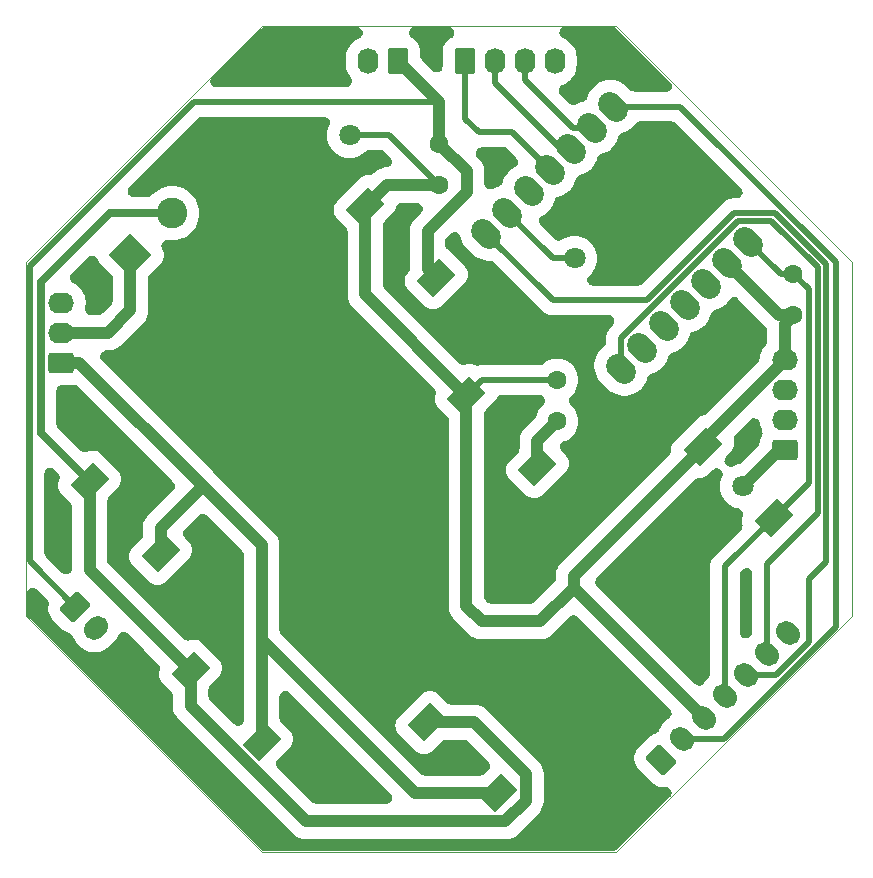
<source format=gbr>
%TF.GenerationSoftware,KiCad,Pcbnew,8.0.1*%
%TF.CreationDate,2024-05-24T22:02:00-04:00*%
%TF.ProjectId,MainPCBV3,4d61696e-5043-4425-9633-2e6b69636164,rev?*%
%TF.SameCoordinates,PX7270e00PY7bfa480*%
%TF.FileFunction,Copper,L2,Bot*%
%TF.FilePolarity,Positive*%
%FSLAX45Y45*%
G04 Gerber Fmt 4.5, Leading zero omitted, Abs format (unit mm)*
G04 Created by KiCad (PCBNEW 8.0.1) date 2024-05-24 22:02:00*
%MOMM*%
%LPD*%
G01*
G04 APERTURE LIST*
G04 Aperture macros list*
%AMRoundRect*
0 Rectangle with rounded corners*
0 $1 Rounding radius*
0 $2 $3 $4 $5 $6 $7 $8 $9 X,Y pos of 4 corners*
0 Add a 4 corners polygon primitive as box body*
4,1,4,$2,$3,$4,$5,$6,$7,$8,$9,$2,$3,0*
0 Add four circle primitives for the rounded corners*
1,1,$1+$1,$2,$3*
1,1,$1+$1,$4,$5*
1,1,$1+$1,$6,$7*
1,1,$1+$1,$8,$9*
0 Add four rect primitives between the rounded corners*
20,1,$1+$1,$2,$3,$4,$5,0*
20,1,$1+$1,$4,$5,$6,$7,0*
20,1,$1+$1,$6,$7,$8,$9,0*
20,1,$1+$1,$8,$9,$2,$3,0*%
%AMHorizOval*
0 Thick line with rounded ends*
0 $1 width*
0 $2 $3 position (X,Y) of the first rounded end (center of the circle)*
0 $4 $5 position (X,Y) of the second rounded end (center of the circle)*
0 Add line between two ends*
20,1,$1,$2,$3,$4,$5,0*
0 Add two circle primitives to create the rounded ends*
1,1,$1,$2,$3*
1,1,$1,$4,$5*%
%AMRotRect*
0 Rectangle, with rotation*
0 The origin of the aperture is its center*
0 $1 length*
0 $2 width*
0 $3 Rotation angle, in degrees counterclockwise*
0 Add horizontal line*
21,1,$1,$2,0,0,$3*%
G04 Aperture macros list end*
%TA.AperFunction,ComponentPad*%
%ADD10C,1.600000*%
%TD*%
%TA.AperFunction,ComponentPad*%
%ADD11RotRect,2.600000X2.600000X45.000000*%
%TD*%
%TA.AperFunction,ComponentPad*%
%ADD12C,2.600000*%
%TD*%
%TA.AperFunction,ComponentPad*%
%ADD13RoundRect,0.250000X0.159099X-1.035911X1.035911X-0.159099X-0.159099X1.035911X-1.035911X0.159099X0*%
%TD*%
%TA.AperFunction,ComponentPad*%
%ADD14HorizOval,1.740000X-0.159099X0.159099X0.159099X-0.159099X0*%
%TD*%
%TA.AperFunction,ComponentPad*%
%ADD15HorizOval,1.998980X0.264918X-0.264918X-0.264918X0.264918X0*%
%TD*%
%TA.AperFunction,ComponentPad*%
%ADD16RotRect,2.748280X1.998980X45.000000*%
%TD*%
%TA.AperFunction,ComponentPad*%
%ADD17RoundRect,0.250000X0.845000X-0.620000X0.845000X0.620000X-0.845000X0.620000X-0.845000X-0.620000X0*%
%TD*%
%TA.AperFunction,ComponentPad*%
%ADD18O,2.190000X1.740000*%
%TD*%
%TA.AperFunction,ComponentPad*%
%ADD19RoundRect,0.250000X-1.035911X-0.159099X-0.159099X-1.035911X1.035911X0.159099X0.159099X1.035911X0*%
%TD*%
%TA.AperFunction,ComponentPad*%
%ADD20HorizOval,1.740000X-0.159099X-0.159099X0.159099X0.159099X0*%
%TD*%
%TA.AperFunction,ComponentPad*%
%ADD21RoundRect,0.250000X0.620000X0.845000X-0.620000X0.845000X-0.620000X-0.845000X0.620000X-0.845000X0*%
%TD*%
%TA.AperFunction,ComponentPad*%
%ADD22O,1.740000X2.190000*%
%TD*%
%TA.AperFunction,ComponentPad*%
%ADD23RoundRect,0.250000X-0.620000X-0.845000X0.620000X-0.845000X0.620000X0.845000X-0.620000X0.845000X0*%
%TD*%
%TA.AperFunction,ViaPad*%
%ADD24C,1.800000*%
%TD*%
%TA.AperFunction,Conductor*%
%ADD25C,0.500000*%
%TD*%
%TA.AperFunction,Conductor*%
%ADD26C,0.700000*%
%TD*%
%TA.AperFunction,Conductor*%
%ADD27C,1.000000*%
%TD*%
%TA.AperFunction,Profile*%
%ADD28C,0.100000*%
%TD*%
G04 APERTURE END LIST*
D10*
X6500000Y4900000D03*
X6500000Y4550000D03*
D11*
X887868Y5058579D03*
D12*
X1241421Y5412132D03*
D13*
X5381580Y781579D03*
D14*
X5561185Y961185D03*
X5740790Y1140790D03*
X5920395Y1320395D03*
X6100000Y1500000D03*
X6279605Y1679605D03*
X6459210Y1859210D03*
D15*
X4977715Y6314990D03*
X4798109Y6135385D03*
X4618504Y5955780D03*
X4438899Y5776175D03*
X4259294Y5596570D03*
X4079689Y5416965D03*
X3900084Y5237360D03*
X5043091Y4094353D03*
X5222696Y4273958D03*
X5402301Y4453563D03*
X5581906Y4633168D03*
X5761511Y4812773D03*
X5941116Y4992378D03*
X6120721Y5171983D03*
D16*
X542753Y3133794D03*
X1143794Y2532753D03*
X2876206Y5467247D03*
X3477247Y4866206D03*
X1398959Y1533794D03*
X2000000Y932753D03*
X3732412Y3867247D03*
X4333452Y3266206D03*
X3398959Y1101041D03*
X4000000Y500000D03*
X5732412Y3434493D03*
X6333452Y2833452D03*
D17*
X300000Y4146000D03*
D18*
X300000Y4400000D03*
X300000Y4654000D03*
D17*
X6426200Y3403600D03*
D18*
X6426200Y3657600D03*
X6426200Y3911600D03*
X6426200Y4165600D03*
D19*
X420395Y2079605D03*
D20*
X600000Y1900000D03*
D21*
X3154000Y6700000D03*
D22*
X2900000Y6700000D03*
D23*
X3719000Y6698000D03*
D22*
X3973000Y6698000D03*
X4227000Y6698000D03*
X4481000Y6698000D03*
D10*
X3500000Y6000000D03*
X3500000Y5650000D03*
X4500000Y3650000D03*
X4500000Y4000000D03*
D24*
X4648200Y5029200D03*
X6070600Y3098800D03*
X2743200Y6070600D03*
D25*
X4648200Y5029200D02*
X4467454Y5029200D01*
X4467454Y5029200D02*
X4079689Y5416965D01*
X3079400Y6070600D02*
X3500000Y5650000D01*
X2743200Y6070600D02*
X3079400Y6070600D01*
X6100000Y1500000D02*
X6351400Y1500000D01*
X5260405Y4673600D02*
X4463843Y4673600D01*
X6351400Y1500000D02*
X6629400Y1778000D01*
X6629400Y1778000D02*
X6629400Y2311400D01*
X6629400Y2311400D02*
X6775600Y2457600D01*
X6775600Y2457600D02*
X6775600Y4981995D01*
X6775600Y4981995D02*
X6344171Y5413424D01*
X4463843Y4673600D02*
X3900084Y5237360D01*
X6344171Y5413424D02*
X6000229Y5413424D01*
X6000229Y5413424D02*
X5260405Y4673600D01*
X3719000Y6698000D02*
X3719000Y6212400D01*
X3719000Y6212400D02*
X3835400Y6096000D01*
X3835400Y6096000D02*
X4119074Y6096000D01*
X4119074Y6096000D02*
X4438899Y5776175D01*
X3973000Y6698000D02*
X3973000Y6517200D01*
X3973000Y6517200D02*
X4534420Y5955780D01*
X4534420Y5955780D02*
X4618504Y5955780D01*
X4227000Y6698000D02*
X4227000Y6542600D01*
X4227000Y6542600D02*
X4634215Y6135385D01*
X4634215Y6135385D02*
X4798109Y6135385D01*
X4977715Y6314990D02*
X5541599Y6314990D01*
X5541599Y6314990D02*
X6858000Y4998590D01*
X6858000Y4998590D02*
X6858000Y1907497D01*
X6858000Y1907497D02*
X5911687Y961185D01*
X5911687Y961185D02*
X5561185Y961185D01*
X6333452Y2833452D02*
X6338652Y2833452D01*
X6338652Y2833452D02*
X6629400Y3124200D01*
X6629400Y3124200D02*
X6629400Y4770600D01*
X6629400Y4770600D02*
X6500000Y4900000D01*
D26*
X1241421Y5412132D02*
X712132Y5412132D01*
X127000Y3549548D02*
X542753Y3133794D01*
X712132Y5412132D02*
X127000Y4827000D01*
X127000Y4827000D02*
X127000Y3549548D01*
D27*
X3477247Y4866206D02*
X3403600Y4939852D01*
X3403600Y4939852D02*
X3403600Y5257800D01*
X3403600Y5257800D02*
X3733800Y5588000D01*
X3733800Y5588000D02*
X3733800Y5766200D01*
X3733800Y5766200D02*
X3500000Y6000000D01*
D25*
X420395Y2079605D02*
X35000Y2465000D01*
X35000Y2465000D02*
X35000Y4962600D01*
X35000Y4962600D02*
X1426400Y6354000D01*
X1426400Y6354000D02*
X3500000Y6354000D01*
X6426200Y3403600D02*
X6375400Y3403600D01*
D27*
X6375400Y3403600D02*
X6070600Y3098800D01*
D25*
X4500000Y4000000D02*
X3865165Y4000000D01*
X3865165Y4000000D02*
X3732412Y3867247D01*
X6279605Y1679605D02*
X6279605Y2444205D01*
X5043091Y4357291D02*
X5043091Y4094353D01*
X6279605Y2444205D02*
X6705600Y2870200D01*
X6705600Y4953000D02*
X6315176Y5343424D01*
X6705600Y2870200D02*
X6705600Y4953000D01*
X6315176Y5343424D02*
X6029224Y5343424D01*
X6029224Y5343424D02*
X5043091Y4357291D01*
D27*
X6426200Y4165600D02*
X5732412Y3471812D01*
X5732412Y3471812D02*
X5732412Y3434493D01*
X6426200Y4165600D02*
X6426200Y4476200D01*
X6426200Y4476200D02*
X6500000Y4550000D01*
X6500000Y4550000D02*
X6383495Y4550000D01*
X6383495Y4550000D02*
X5941116Y4992378D01*
D25*
X6500000Y4900000D02*
X6392705Y4900000D01*
X6392705Y4900000D02*
X6120721Y5171983D01*
X5920395Y1320395D02*
X5920395Y2420395D01*
X5920395Y2420395D02*
X6333452Y2833452D01*
D27*
X3732412Y3867247D02*
X3732412Y2084188D01*
X3732412Y2084188D02*
X3860800Y1955800D01*
X3860800Y1955800D02*
X4355800Y1955800D01*
X4355800Y1955800D02*
X4640790Y2240790D01*
X4333452Y3266206D02*
X4333452Y3483452D01*
X4333452Y3483452D02*
X4500000Y3650000D01*
X3500000Y6000000D02*
X3500000Y6354000D01*
X3500000Y6354000D02*
X3154000Y6700000D01*
X3500000Y5650000D02*
X3058959Y5650000D01*
X3058959Y5650000D02*
X2876206Y5467247D01*
X4640790Y2240790D02*
X5740790Y1140790D01*
X5732412Y3434493D02*
X4640790Y2342871D01*
X4640790Y2342871D02*
X4640790Y2240790D01*
X2876206Y5467247D02*
X2876206Y4723452D01*
X2876206Y4723452D02*
X3732412Y3867247D01*
X1398959Y1533794D02*
X1398959Y1240466D01*
X1398959Y1240466D02*
X2377267Y262159D01*
X2377267Y262159D02*
X4062159Y262159D01*
X4062159Y262159D02*
X4237841Y437841D01*
X4237841Y437841D02*
X4237841Y662159D01*
X4237841Y662159D02*
X3798959Y1101041D01*
X3798959Y1101041D02*
X3398959Y1101041D01*
X542753Y3133794D02*
X542753Y2390000D01*
X542753Y2390000D02*
X1398959Y1533794D01*
X2000000Y2600000D02*
X2000000Y1800000D01*
X2000000Y1800000D02*
X3300000Y500000D01*
X3300000Y500000D02*
X4000000Y500000D01*
X1500000Y3100000D02*
X2000000Y2600000D01*
X2000000Y2600000D02*
X2000000Y932753D01*
X454000Y4146000D02*
X1500000Y3100000D01*
X1143794Y2743794D02*
X1143794Y2532753D01*
X300000Y4146000D02*
X454000Y4146000D01*
X1500000Y3100000D02*
X1143794Y2743794D01*
X887868Y4587868D02*
X700000Y4400000D01*
X887868Y5058579D02*
X887868Y4587868D01*
X700000Y4400000D02*
X300000Y4400000D01*
%TA.AperFunction,NonConductor*%
G36*
X3594880Y6987929D02*
G01*
X3607800Y6982029D01*
X3618534Y6972728D01*
X3626212Y6960779D01*
X3630214Y6947151D01*
X3630214Y6932948D01*
X3626212Y6919321D01*
X3618534Y6907372D01*
X3607800Y6898071D01*
X3601458Y6894617D01*
X3595038Y6891701D01*
X3576535Y6878882D01*
X3576534Y6878881D01*
X3560619Y6862966D01*
X3560618Y6862965D01*
X3547799Y6844462D01*
X3539705Y6826643D01*
X3538490Y6823968D01*
X3532990Y6802141D01*
X3531950Y6788922D01*
X3531950Y6788922D01*
X3531950Y6654722D01*
X3529929Y6640663D01*
X3524029Y6627744D01*
X3514728Y6617010D01*
X3502779Y6609331D01*
X3489151Y6605330D01*
X3474948Y6605330D01*
X3461321Y6609331D01*
X3449372Y6617010D01*
X3446765Y6619437D01*
X3355665Y6710537D01*
X3347154Y6721907D01*
X3342190Y6735215D01*
X3341050Y6745822D01*
X3341050Y6790921D01*
X3341050Y6790923D01*
X3340167Y6802141D01*
X3340010Y6804141D01*
X3334510Y6825968D01*
X3329855Y6836215D01*
X3325201Y6846462D01*
X3312382Y6864965D01*
X3312381Y6864966D01*
X3296466Y6880881D01*
X3296465Y6880882D01*
X3277963Y6893701D01*
X3277417Y6893948D01*
X3275945Y6894617D01*
X3263981Y6902271D01*
X3254658Y6912986D01*
X3248732Y6925894D01*
X3246682Y6939948D01*
X3248674Y6954010D01*
X3254548Y6966942D01*
X3263827Y6977695D01*
X3275759Y6985398D01*
X3289379Y6989427D01*
X3296581Y6989950D01*
X3580822Y6989950D01*
X3594880Y6987929D01*
G37*
%TD.AperFunction*%
%TA.AperFunction,NonConductor*%
G36*
X2820091Y6987929D02*
G01*
X2833010Y6982029D01*
X2843744Y6972728D01*
X2851423Y6960779D01*
X2855424Y6947151D01*
X2855424Y6932948D01*
X2851423Y6919321D01*
X2843744Y6907372D01*
X2833010Y6898071D01*
X2825128Y6893949D01*
X2819702Y6891701D01*
X2817091Y6890620D01*
X2795859Y6878361D01*
X2795857Y6878360D01*
X2776405Y6863433D01*
X2759067Y6846095D01*
X2744140Y6826643D01*
X2744139Y6826641D01*
X2731880Y6805409D01*
X2731880Y6805408D01*
X2725051Y6788922D01*
X2722497Y6782754D01*
X2716150Y6759070D01*
X2712950Y6734760D01*
X2712950Y6665240D01*
X2716150Y6640930D01*
X2716222Y6640663D01*
X2722497Y6617246D01*
X2731880Y6594592D01*
X2731880Y6594591D01*
X2744139Y6573359D01*
X2744140Y6573358D01*
X2753141Y6561628D01*
X2754906Y6559327D01*
X2761861Y6546944D01*
X2765045Y6533102D01*
X2764200Y6518924D01*
X2759395Y6505558D01*
X2751020Y6494088D01*
X2739752Y6485442D01*
X2726504Y6480320D01*
X2715318Y6479050D01*
X1613732Y6479050D01*
X1599674Y6481071D01*
X1586754Y6486971D01*
X1576020Y6496272D01*
X1568341Y6508221D01*
X1564340Y6521848D01*
X1564340Y6536051D01*
X1568341Y6549679D01*
X1576020Y6561628D01*
X1578447Y6564235D01*
X1989547Y6975335D01*
X2000918Y6983846D01*
X2014225Y6988810D01*
X2024832Y6989950D01*
X2806032Y6989950D01*
X2820091Y6987929D01*
G37*
%TD.AperFunction*%
%TA.AperFunction,NonConductor*%
G36*
X4989227Y6987929D02*
G01*
X5002146Y6982029D01*
X5010453Y6975335D01*
X5460562Y6525225D01*
X5469074Y6513855D01*
X5474037Y6500547D01*
X5475051Y6486381D01*
X5472031Y6472502D01*
X5465225Y6460036D01*
X5455182Y6449993D01*
X5442716Y6443187D01*
X5428837Y6440167D01*
X5425278Y6440040D01*
X5156175Y6440040D01*
X5142117Y6442062D01*
X5129197Y6447962D01*
X5120890Y6454656D01*
X5083375Y6492172D01*
X5083374Y6492172D01*
X5083374Y6492172D01*
X5083373Y6492173D01*
X5062575Y6508132D01*
X5062575Y6508132D01*
X5039870Y6521241D01*
X5015648Y6531274D01*
X4990324Y6538059D01*
X4964331Y6541481D01*
X4964331Y6541481D01*
X4938114Y6541481D01*
X4938114Y6541481D01*
X4912122Y6538059D01*
X4886797Y6531274D01*
X4862576Y6521241D01*
X4839871Y6508132D01*
X4839870Y6508132D01*
X4819072Y6492173D01*
X4819071Y6492172D01*
X4800533Y6473634D01*
X4800532Y6473633D01*
X4784573Y6452835D01*
X4784573Y6452834D01*
X4771464Y6430129D01*
X4761431Y6405908D01*
X4761431Y6405907D01*
X4757426Y6390958D01*
X4751834Y6377902D01*
X4742791Y6366950D01*
X4731029Y6358989D01*
X4722141Y6355674D01*
X4707192Y6351669D01*
X4707192Y6351668D01*
X4682970Y6341636D01*
X4666580Y6332172D01*
X4653394Y6326894D01*
X4639255Y6325543D01*
X4625309Y6328231D01*
X4612685Y6334740D01*
X4606345Y6340102D01*
X4528439Y6418008D01*
X4519928Y6429378D01*
X4514964Y6442686D01*
X4513951Y6456852D01*
X4516970Y6470731D01*
X4523777Y6483197D01*
X4533820Y6493240D01*
X4544628Y6499394D01*
X4563908Y6507380D01*
X4563908Y6507380D01*
X4563908Y6507380D01*
X4580775Y6517118D01*
X4585142Y6519640D01*
X4604595Y6534567D01*
X4621933Y6551905D01*
X4636860Y6571358D01*
X4649120Y6592592D01*
X4658503Y6615246D01*
X4664850Y6638930D01*
X4668050Y6663240D01*
X4668050Y6732760D01*
X4664850Y6757070D01*
X4658503Y6780754D01*
X4649120Y6803408D01*
X4649120Y6803408D01*
X4649120Y6803409D01*
X4636861Y6824641D01*
X4636861Y6824641D01*
X4636860Y6824642D01*
X4635326Y6826641D01*
X4621933Y6844095D01*
X4604595Y6861433D01*
X4585143Y6876360D01*
X4585143Y6876360D01*
X4585142Y6876360D01*
X4585142Y6876360D01*
X4585141Y6876361D01*
X4563909Y6888620D01*
X4563908Y6888620D01*
X4563908Y6888620D01*
X4551043Y6893949D01*
X4538829Y6901196D01*
X4529151Y6911591D01*
X4522793Y6924291D01*
X4520271Y6938269D01*
X4521789Y6952390D01*
X4527225Y6965512D01*
X4536137Y6976571D01*
X4547803Y6984672D01*
X4561279Y6989157D01*
X4570139Y6989950D01*
X4975168Y6989950D01*
X4989227Y6987929D01*
G37*
%TD.AperFunction*%
%TA.AperFunction,NonConductor*%
G36*
X4060666Y5968929D02*
G01*
X4073586Y5963029D01*
X4081892Y5956335D01*
X4156029Y5882198D01*
X4164541Y5870828D01*
X4169504Y5857520D01*
X4170517Y5843353D01*
X4167498Y5829475D01*
X4160691Y5817009D01*
X4150648Y5806966D01*
X4145479Y5803793D01*
X4145570Y5803637D01*
X4121450Y5789712D01*
X4121450Y5789711D01*
X4100652Y5773752D01*
X4100650Y5773751D01*
X4082113Y5755214D01*
X4082111Y5755212D01*
X4066153Y5734414D01*
X4066152Y5734414D01*
X4053043Y5711709D01*
X4043011Y5687487D01*
X4043011Y5687487D01*
X4039005Y5672538D01*
X4033414Y5659482D01*
X4024371Y5648529D01*
X4012609Y5640569D01*
X4003721Y5637254D01*
X3988772Y5633248D01*
X3988772Y5633248D01*
X3964550Y5623215D01*
X3958700Y5619837D01*
X3945514Y5614559D01*
X3931375Y5613209D01*
X3917429Y5615897D01*
X3904805Y5622405D01*
X3894526Y5632206D01*
X3887424Y5644507D01*
X3884076Y5658309D01*
X3883850Y5663052D01*
X3883850Y5778009D01*
X3880155Y5801337D01*
X3880155Y5801337D01*
X3872857Y5823798D01*
X3872857Y5823798D01*
X3872857Y5823799D01*
X3865818Y5837613D01*
X3862134Y5844843D01*
X3848252Y5863951D01*
X3826437Y5885765D01*
X3817926Y5897135D01*
X3812962Y5910443D01*
X3811949Y5924610D01*
X3814968Y5938488D01*
X3821775Y5950954D01*
X3831818Y5960997D01*
X3844284Y5967804D01*
X3858162Y5970823D01*
X3861722Y5970950D01*
X4046608Y5970950D01*
X4060666Y5968929D01*
G37*
%TD.AperFunction*%
%TA.AperFunction,NonConductor*%
G36*
X5483191Y6187919D02*
G01*
X5496111Y6182019D01*
X5504417Y6175325D01*
X6056084Y5623659D01*
X6064595Y5612289D01*
X6069559Y5598981D01*
X6070572Y5584814D01*
X6067553Y5570936D01*
X6060746Y5558470D01*
X6050703Y5548427D01*
X6038237Y5541620D01*
X6024359Y5538601D01*
X6020799Y5538474D01*
X5990387Y5538474D01*
X5982897Y5537288D01*
X5970946Y5535395D01*
X5952228Y5529313D01*
X5952226Y5529313D01*
X5934688Y5520377D01*
X5918764Y5508807D01*
X5918764Y5508807D01*
X5223223Y4813265D01*
X5211853Y4804754D01*
X5198545Y4799790D01*
X5187938Y4798650D01*
X4806874Y4798650D01*
X4792815Y4800671D01*
X4779896Y4806571D01*
X4769162Y4815872D01*
X4761483Y4827821D01*
X4757482Y4841449D01*
X4757482Y4855652D01*
X4761483Y4869279D01*
X4769162Y4881228D01*
X4771796Y4883861D01*
X4771714Y4883943D01*
X4792197Y4904425D01*
X4792197Y4904426D01*
X4808489Y4926189D01*
X4821517Y4950049D01*
X4831018Y4975520D01*
X4836796Y5002084D01*
X4838736Y5029200D01*
X4836796Y5056316D01*
X4831018Y5082880D01*
X4821517Y5108351D01*
X4821517Y5108352D01*
X4808489Y5132211D01*
X4808489Y5132211D01*
X4792197Y5153974D01*
X4792197Y5153975D01*
X4792197Y5153975D01*
X4772975Y5173197D01*
X4772974Y5173197D01*
X4772974Y5173197D01*
X4751211Y5189489D01*
X4751211Y5189489D01*
X4727352Y5202517D01*
X4701880Y5212018D01*
X4675317Y5217796D01*
X4675316Y5217796D01*
X4675316Y5217796D01*
X4648200Y5219736D01*
X4621084Y5217796D01*
X4621084Y5217796D01*
X4621083Y5217796D01*
X4594520Y5212018D01*
X4569048Y5202517D01*
X4545189Y5189489D01*
X4545188Y5189488D01*
X4544815Y5189209D01*
X4544407Y5188986D01*
X4543690Y5188525D01*
X4543657Y5188577D01*
X4532349Y5182403D01*
X4518471Y5179384D01*
X4504304Y5180398D01*
X4490997Y5185362D01*
X4479628Y5193873D01*
X4362559Y5310942D01*
X4354047Y5322312D01*
X4349084Y5335620D01*
X4348071Y5349787D01*
X4351090Y5363665D01*
X4357897Y5376131D01*
X4367940Y5386174D01*
X4373109Y5389345D01*
X4373018Y5389503D01*
X4390912Y5399834D01*
X4397138Y5403428D01*
X4417937Y5419388D01*
X4436476Y5437927D01*
X4452436Y5458726D01*
X4465544Y5481431D01*
X4475577Y5505653D01*
X4479583Y5520602D01*
X4485174Y5533658D01*
X4494217Y5544610D01*
X4505979Y5552571D01*
X4514866Y5555886D01*
X4529817Y5559892D01*
X4554038Y5569925D01*
X4576743Y5583033D01*
X4597543Y5598993D01*
X4616081Y5617532D01*
X4632041Y5638331D01*
X4645150Y5661036D01*
X4655182Y5685258D01*
X4659188Y5700207D01*
X4664779Y5713263D01*
X4673822Y5724215D01*
X4685584Y5732176D01*
X4694472Y5735491D01*
X4709422Y5739497D01*
X4733643Y5749530D01*
X4756348Y5762638D01*
X4777148Y5778598D01*
X4795686Y5797137D01*
X4811646Y5817936D01*
X4823006Y5837613D01*
X4824754Y5840640D01*
X4824754Y5840641D01*
X4824755Y5840641D01*
X4834788Y5864863D01*
X4838793Y5879812D01*
X4844384Y5892868D01*
X4853427Y5903820D01*
X4865189Y5911781D01*
X4874077Y5915096D01*
X4889027Y5919102D01*
X4913248Y5929135D01*
X4935953Y5942244D01*
X4956753Y5958204D01*
X4975291Y5976742D01*
X4991251Y5997542D01*
X5004360Y6020246D01*
X5014393Y6044468D01*
X5018398Y6059418D01*
X5023989Y6072473D01*
X5033032Y6083425D01*
X5044794Y6091386D01*
X5053683Y6094702D01*
X5068632Y6098707D01*
X5092853Y6108740D01*
X5115558Y6121849D01*
X5136358Y6137809D01*
X5154896Y6156347D01*
X5165693Y6170418D01*
X5175854Y6180340D01*
X5188400Y6186998D01*
X5202313Y6189852D01*
X5205281Y6189940D01*
X5469133Y6189940D01*
X5483191Y6187919D01*
G37*
%TD.AperFunction*%
%TA.AperFunction,NonConductor*%
G36*
X581801Y5049558D02*
G01*
X594266Y5042751D01*
X604309Y5032708D01*
X610575Y5021232D01*
X610606Y5021246D01*
X610746Y5020920D01*
X611116Y5020242D01*
X611432Y5019321D01*
X611604Y5018920D01*
X611604Y5018920D01*
X611604Y5018920D01*
X615425Y5012037D01*
X621479Y5001129D01*
X622980Y4999335D01*
X629170Y4991936D01*
X629171Y4991936D01*
X629171Y4991936D01*
X723203Y4897904D01*
X731714Y4886534D01*
X736678Y4873227D01*
X737818Y4862620D01*
X737818Y4670690D01*
X735797Y4656632D01*
X729897Y4643712D01*
X723203Y4635406D01*
X652462Y4564665D01*
X641093Y4556154D01*
X627785Y4551190D01*
X617178Y4550050D01*
X553326Y4550050D01*
X539268Y4552071D01*
X526348Y4557971D01*
X515614Y4567272D01*
X507935Y4579221D01*
X503934Y4592849D01*
X503934Y4607052D01*
X505126Y4612865D01*
X506349Y4617430D01*
X509550Y4641740D01*
X509550Y4666260D01*
X506349Y4690570D01*
X500003Y4714254D01*
X490620Y4736908D01*
X490620Y4736908D01*
X490619Y4736909D01*
X478361Y4758141D01*
X478361Y4758141D01*
X478360Y4758142D01*
X472251Y4766104D01*
X463433Y4777595D01*
X446095Y4794933D01*
X426643Y4809860D01*
X426643Y4809860D01*
X426642Y4809860D01*
X426642Y4809861D01*
X426641Y4809861D01*
X403993Y4822937D01*
X404107Y4823135D01*
X394330Y4829837D01*
X385353Y4840844D01*
X379841Y4853933D01*
X378239Y4868046D01*
X380679Y4882038D01*
X386961Y4894776D01*
X392832Y4901843D01*
X529078Y5038089D01*
X540448Y5046600D01*
X553755Y5051563D01*
X567922Y5052577D01*
X581801Y5049558D01*
G37*
%TD.AperFunction*%
%TA.AperFunction,NonConductor*%
G36*
X6186363Y3672306D02*
G01*
X6198828Y3665500D01*
X6208871Y3655457D01*
X6215678Y3642991D01*
X6218397Y3632066D01*
X6219850Y3621030D01*
X6224015Y3605487D01*
X6226197Y3597346D01*
X6232883Y3581203D01*
X6236205Y3573183D01*
X6235886Y3573051D01*
X6239304Y3562541D01*
X6239714Y3548344D01*
X6236107Y3534607D01*
X6233538Y3529393D01*
X6232499Y3527563D01*
X6223994Y3508837D01*
X6223190Y3507068D01*
X6217990Y3486430D01*
X6217690Y3485241D01*
X6217690Y3485241D01*
X6216815Y3474126D01*
X6213697Y3460269D01*
X6206802Y3447853D01*
X6202354Y3442757D01*
X6058329Y3298732D01*
X6046959Y3290221D01*
X6033652Y3285257D01*
X6016920Y3281618D01*
X5991448Y3272117D01*
X5990803Y3271765D01*
X5990115Y3271508D01*
X5989828Y3271377D01*
X5989819Y3271398D01*
X5977495Y3266802D01*
X5963328Y3265789D01*
X5949450Y3268809D01*
X5936985Y3275617D01*
X5926942Y3285660D01*
X5920136Y3298126D01*
X5917118Y3312005D01*
X5918132Y3326172D01*
X5923096Y3339479D01*
X5931605Y3350846D01*
X5975102Y3394343D01*
X5982793Y3403535D01*
X5992668Y3421326D01*
X5998760Y3440741D01*
X6000819Y3460985D01*
X5998760Y3481229D01*
X5997128Y3486430D01*
X5994848Y3500448D01*
X5996610Y3514542D01*
X6002271Y3527568D01*
X6009455Y3536652D01*
X6133640Y3660838D01*
X6145010Y3669349D01*
X6158317Y3674312D01*
X6172484Y3675326D01*
X6186363Y3672306D01*
G37*
%TD.AperFunction*%
%TA.AperFunction,NonConductor*%
G36*
X230679Y3250429D02*
G01*
X242628Y3242751D01*
X245235Y3240323D01*
X275916Y3209642D01*
X284428Y3198272D01*
X289391Y3184964D01*
X290404Y3170798D01*
X287385Y3156919D01*
X284262Y3150141D01*
X282497Y3146963D01*
X282496Y3146961D01*
X276405Y3127546D01*
X274346Y3107302D01*
X276405Y3087059D01*
X281727Y3070096D01*
X282497Y3067644D01*
X292372Y3049852D01*
X300063Y3040660D01*
X378088Y2962635D01*
X386600Y2951265D01*
X391563Y2937957D01*
X392703Y2927350D01*
X392703Y2404613D01*
X390682Y2390555D01*
X384782Y2377635D01*
X375481Y2366901D01*
X363533Y2359223D01*
X349905Y2355221D01*
X335702Y2355221D01*
X322074Y2359223D01*
X310126Y2366901D01*
X307519Y2369329D01*
X174665Y2502182D01*
X166154Y2513552D01*
X161190Y2526860D01*
X160050Y2537467D01*
X160050Y3205039D01*
X162071Y3219097D01*
X167971Y3232017D01*
X177272Y3242751D01*
X189221Y3250429D01*
X202848Y3254431D01*
X217051Y3254431D01*
X230679Y3250429D01*
G37*
%TD.AperFunction*%
%TA.AperFunction,NonConductor*%
G36*
X3327137Y5497929D02*
G01*
X3340056Y5492029D01*
X3350790Y5482728D01*
X3358469Y5470779D01*
X3362470Y5457152D01*
X3362470Y5442949D01*
X3358469Y5429321D01*
X3350790Y5417372D01*
X3348363Y5414765D01*
X3289148Y5355551D01*
X3289148Y5355551D01*
X3275266Y5336444D01*
X3275266Y5336444D01*
X3269418Y5324967D01*
X3264543Y5315399D01*
X3257245Y5292937D01*
X3257245Y5292937D01*
X3253550Y5269609D01*
X3253550Y4946020D01*
X3251529Y4931961D01*
X3245629Y4919042D01*
X3238935Y4910735D01*
X3234555Y4906356D01*
X3226865Y4897164D01*
X3216990Y4879373D01*
X3216989Y4879372D01*
X3210898Y4859958D01*
X3208840Y4839714D01*
X3210898Y4819470D01*
X3213913Y4809860D01*
X3216990Y4800055D01*
X3226865Y4782264D01*
X3234556Y4773072D01*
X3234556Y4773071D01*
X3234556Y4773071D01*
X3384112Y4623516D01*
X3384112Y4623515D01*
X3384113Y4623515D01*
X3384114Y4623514D01*
X3393305Y4615824D01*
X3411095Y4605949D01*
X3411096Y4605949D01*
X3411096Y4605949D01*
X3430511Y4599857D01*
X3430511Y4599857D01*
X3432283Y4599677D01*
X3450755Y4597799D01*
X3470999Y4599857D01*
X3490414Y4605949D01*
X3508205Y4615824D01*
X3510125Y4617431D01*
X3517396Y4623514D01*
X3517396Y4623514D01*
X3517397Y4623515D01*
X3719937Y4826055D01*
X3727628Y4835247D01*
X3737503Y4853039D01*
X3743595Y4872454D01*
X3745654Y4892698D01*
X3743595Y4912941D01*
X3737503Y4932356D01*
X3727628Y4950148D01*
X3719937Y4959340D01*
X3683024Y4996254D01*
X3570381Y5108896D01*
X3569863Y5109370D01*
X3569662Y5109615D01*
X3569598Y5109679D01*
X3569605Y5109685D01*
X3560856Y5120352D01*
X3555308Y5133426D01*
X3553650Y5146183D01*
X3553650Y5174978D01*
X3555671Y5189037D01*
X3561571Y5201956D01*
X3568265Y5210262D01*
X3595980Y5237978D01*
X3607350Y5246489D01*
X3620658Y5251453D01*
X3634825Y5252466D01*
X3648703Y5249447D01*
X3661169Y5242640D01*
X3671212Y5232597D01*
X3678019Y5220131D01*
X3679464Y5215608D01*
X3683801Y5199426D01*
X3693833Y5175205D01*
X3706942Y5152500D01*
X3706942Y5152499D01*
X3722901Y5131701D01*
X3722902Y5131700D01*
X3722902Y5131700D01*
X3794424Y5060178D01*
X3815224Y5044218D01*
X3837928Y5031109D01*
X3862150Y5021076D01*
X3887474Y5014291D01*
X3913467Y5010869D01*
X3929058Y5010869D01*
X3943116Y5008848D01*
X3956036Y5002948D01*
X3964342Y4996254D01*
X4382378Y4578217D01*
X4382379Y4578217D01*
X4398303Y4566648D01*
X4402193Y4564665D01*
X4415841Y4557712D01*
X4431169Y4552731D01*
X4433200Y4552071D01*
X4434561Y4551629D01*
X4454002Y4548550D01*
X4454002Y4548550D01*
X4454002Y4548550D01*
X4473685Y4548550D01*
X4937033Y4548550D01*
X4951092Y4546529D01*
X4964011Y4540629D01*
X4974745Y4531328D01*
X4982424Y4519379D01*
X4986426Y4505752D01*
X4986426Y4491549D01*
X4982424Y4477921D01*
X4974745Y4465972D01*
X4972318Y4463365D01*
X4947708Y4438756D01*
X4947708Y4438755D01*
X4936139Y4422831D01*
X4936138Y4422831D01*
X4927023Y4404942D01*
X4926596Y4403429D01*
X4921120Y4386574D01*
X4918041Y4367133D01*
X4918041Y4321919D01*
X4916020Y4307861D01*
X4910119Y4294941D01*
X4900818Y4284207D01*
X4898518Y4282331D01*
X4884449Y4271535D01*
X4884447Y4271534D01*
X4865910Y4252996D01*
X4865908Y4252995D01*
X4849950Y4232197D01*
X4849949Y4232196D01*
X4836840Y4209491D01*
X4826808Y4185270D01*
X4820022Y4159946D01*
X4816600Y4133953D01*
X4816600Y4107736D01*
X4820022Y4081743D01*
X4826808Y4056419D01*
X4836840Y4032198D01*
X4849949Y4009492D01*
X4849950Y4009492D01*
X4865908Y3988694D01*
X4865909Y3988693D01*
X4865909Y3988693D01*
X4937431Y3917171D01*
X4958231Y3901211D01*
X4958231Y3901211D01*
X4958231Y3901211D01*
X4963290Y3898290D01*
X4980936Y3888102D01*
X5005157Y3878069D01*
X5030481Y3871284D01*
X5056474Y3867862D01*
X5082691Y3867862D01*
X5108684Y3871284D01*
X5134008Y3878069D01*
X5158230Y3888102D01*
X5180934Y3901211D01*
X5201734Y3917171D01*
X5220272Y3935709D01*
X5236232Y3956509D01*
X5249341Y3979214D01*
X5259374Y4003435D01*
X5263380Y4018384D01*
X5268970Y4031440D01*
X5278013Y4042393D01*
X5289776Y4050354D01*
X5298664Y4053669D01*
X5313613Y4057674D01*
X5337835Y4067707D01*
X5360540Y4080816D01*
X5381339Y4096776D01*
X5399878Y4115314D01*
X5415838Y4136114D01*
X5428946Y4158819D01*
X5438979Y4183040D01*
X5442985Y4197990D01*
X5448576Y4211046D01*
X5457618Y4221998D01*
X5469381Y4229959D01*
X5478269Y4233274D01*
X5493218Y4237280D01*
X5517440Y4247313D01*
X5540145Y4260421D01*
X5560944Y4276381D01*
X5579483Y4294920D01*
X5595443Y4315719D01*
X5608551Y4338424D01*
X5618584Y4362646D01*
X5622590Y4377595D01*
X5628181Y4390651D01*
X5637223Y4401603D01*
X5648986Y4409564D01*
X5657873Y4412879D01*
X5672823Y4416885D01*
X5697045Y4426918D01*
X5719750Y4440026D01*
X5740549Y4455986D01*
X5759088Y4474525D01*
X5775048Y4495324D01*
X5788156Y4518029D01*
X5798189Y4542251D01*
X5802195Y4557200D01*
X5807786Y4570256D01*
X5816829Y4581208D01*
X5828591Y4589169D01*
X5837479Y4592484D01*
X5852429Y4596490D01*
X5876650Y4606523D01*
X5899355Y4619632D01*
X5920155Y4635592D01*
X5938693Y4654130D01*
X5954653Y4674930D01*
X5955705Y4676753D01*
X5964484Y4687916D01*
X5976053Y4696155D01*
X5989475Y4700801D01*
X6003662Y4701477D01*
X6017465Y4698129D01*
X6029765Y4691027D01*
X6034205Y4687087D01*
X6261535Y4459757D01*
X6270046Y4448387D01*
X6275010Y4435080D01*
X6276150Y4424473D01*
X6276150Y4323237D01*
X6274129Y4309179D01*
X6268229Y4296259D01*
X6263767Y4290336D01*
X6262766Y4289194D01*
X6247840Y4269743D01*
X6247839Y4269741D01*
X6235580Y4248509D01*
X6226196Y4225854D01*
X6219850Y4202170D01*
X6217404Y4183590D01*
X6213565Y4169916D01*
X6206029Y4157877D01*
X6203216Y4154819D01*
X5762557Y3714160D01*
X5751187Y3705648D01*
X5740996Y3701847D01*
X5741074Y3701599D01*
X5719245Y3694750D01*
X5719244Y3694750D01*
X5701453Y3684875D01*
X5701452Y3684875D01*
X5692262Y3677185D01*
X5489720Y3474643D01*
X5482030Y3465452D01*
X5472155Y3447661D01*
X5472155Y3447660D01*
X5466063Y3428245D01*
X5464005Y3408001D01*
X5464005Y3408001D01*
X5464350Y3404607D01*
X5463761Y3390417D01*
X5459198Y3376967D01*
X5451031Y3365347D01*
X5449990Y3364275D01*
X4526338Y2440623D01*
X4526338Y2440622D01*
X4512455Y2421515D01*
X4506870Y2410553D01*
X4506870Y2410553D01*
X4501733Y2400471D01*
X4501733Y2400470D01*
X4494435Y2378009D01*
X4494434Y2378008D01*
X4490740Y2354681D01*
X4490740Y2323612D01*
X4488718Y2309553D01*
X4482818Y2296634D01*
X4476124Y2288327D01*
X4308263Y2120465D01*
X4296893Y2111954D01*
X4283585Y2106990D01*
X4272978Y2105850D01*
X3943622Y2105850D01*
X3929563Y2107871D01*
X3916644Y2113771D01*
X3908337Y2120465D01*
X3897077Y2131726D01*
X3888565Y2143096D01*
X3883602Y2156403D01*
X3882462Y2167010D01*
X3882462Y3713786D01*
X3884483Y3727845D01*
X3890383Y3740764D01*
X3897076Y3749070D01*
X3975102Y3827096D01*
X3982793Y3836288D01*
X3989997Y3849267D01*
X3998587Y3860578D01*
X4010016Y3869010D01*
X4023357Y3873882D01*
X4033627Y3874950D01*
X4350475Y3874950D01*
X4364534Y3872929D01*
X4377453Y3867029D01*
X4384409Y3861636D01*
X4384463Y3861586D01*
X4393396Y3850544D01*
X4398856Y3837432D01*
X4400401Y3823313D01*
X4397905Y3809331D01*
X4391572Y3796619D01*
X4384470Y3788421D01*
X4367644Y3772808D01*
X4367644Y3772808D01*
X4350819Y3751711D01*
X4350818Y3751709D01*
X4337326Y3728340D01*
X4337326Y3728340D01*
X4327467Y3703220D01*
X4326658Y3699677D01*
X4321559Y3686421D01*
X4313294Y3675497D01*
X4219000Y3581203D01*
X4205118Y3562096D01*
X4205118Y3562096D01*
X4195478Y3543175D01*
X4194396Y3541052D01*
X4187097Y3518589D01*
X4183402Y3495262D01*
X4183402Y3419666D01*
X4181381Y3405608D01*
X4175481Y3392688D01*
X4168787Y3384382D01*
X4135252Y3350847D01*
X4090761Y3306355D01*
X4083071Y3297164D01*
X4073196Y3279373D01*
X4073195Y3279372D01*
X4067104Y3259958D01*
X4065045Y3239714D01*
X4067104Y3219470D01*
X4071632Y3205039D01*
X4073195Y3200055D01*
X4083071Y3182264D01*
X4090761Y3173072D01*
X4090762Y3173071D01*
X4090762Y3173071D01*
X4240318Y3023516D01*
X4240318Y3023515D01*
X4240318Y3023515D01*
X4240319Y3023514D01*
X4249511Y3015824D01*
X4267301Y3005949D01*
X4267301Y3005949D01*
X4267302Y3005949D01*
X4286717Y2999857D01*
X4286717Y2999857D01*
X4288775Y2999648D01*
X4306961Y2997799D01*
X4327205Y2999857D01*
X4346619Y3005949D01*
X4364411Y3015824D01*
X4373603Y3023515D01*
X4576143Y3226055D01*
X4583834Y3235247D01*
X4593709Y3253039D01*
X4599801Y3272454D01*
X4601859Y3292698D01*
X4599801Y3312941D01*
X4593709Y3332356D01*
X4583834Y3350148D01*
X4576143Y3359340D01*
X4538614Y3396869D01*
X4530102Y3408239D01*
X4525139Y3421547D01*
X4524126Y3435714D01*
X4527145Y3449592D01*
X4533952Y3462058D01*
X4543995Y3472101D01*
X4556460Y3478908D01*
X4559187Y3479836D01*
X4565964Y3481926D01*
X4590278Y3493635D01*
X4612574Y3508836D01*
X4632356Y3527191D01*
X4649182Y3548290D01*
X4662674Y3571660D01*
X4672533Y3596780D01*
X4678538Y3623090D01*
X4680555Y3650000D01*
X4678538Y3676910D01*
X4672533Y3703219D01*
X4671580Y3705648D01*
X4662674Y3728340D01*
X4662674Y3728340D01*
X4649182Y3751709D01*
X4649182Y3751710D01*
X4641181Y3761742D01*
X4632356Y3772808D01*
X4630951Y3774113D01*
X4615530Y3788421D01*
X4606599Y3799465D01*
X4601142Y3812577D01*
X4599600Y3826696D01*
X4602098Y3840678D01*
X4608434Y3853389D01*
X4615530Y3861579D01*
X4632356Y3877191D01*
X4649182Y3898290D01*
X4662674Y3921660D01*
X4672533Y3946780D01*
X4678538Y3973090D01*
X4680555Y4000000D01*
X4678538Y4026910D01*
X4672533Y4053219D01*
X4670785Y4057674D01*
X4662674Y4078340D01*
X4662674Y4078340D01*
X4649182Y4101709D01*
X4649182Y4101710D01*
X4644376Y4107736D01*
X4632356Y4122808D01*
X4632356Y4122808D01*
X4612574Y4141163D01*
X4590278Y4156365D01*
X4590278Y4156365D01*
X4590278Y4156365D01*
X4581943Y4160379D01*
X4565965Y4168073D01*
X4565965Y4168074D01*
X4565964Y4168074D01*
X4565964Y4168074D01*
X4540177Y4176028D01*
X4540177Y4176028D01*
X4540177Y4176028D01*
X4528023Y4177860D01*
X4513493Y4180050D01*
X4486507Y4180050D01*
X4474146Y4178187D01*
X4459823Y4176028D01*
X4443810Y4171089D01*
X4434036Y4168074D01*
X4434036Y4168074D01*
X4434035Y4168073D01*
X4409723Y4156365D01*
X4409722Y4156365D01*
X4387426Y4141163D01*
X4384416Y4138370D01*
X4372735Y4130290D01*
X4359252Y4125828D01*
X4350475Y4125050D01*
X3855323Y4125050D01*
X3841171Y4122808D01*
X3835881Y4121971D01*
X3835672Y4121921D01*
X3835411Y4121896D01*
X3833946Y4121664D01*
X3833931Y4121759D01*
X3821531Y4120604D01*
X3807591Y4123326D01*
X3799808Y4126812D01*
X3798562Y4127503D01*
X3798562Y4127504D01*
X3798562Y4127504D01*
X3779147Y4133595D01*
X3779147Y4133595D01*
X3758903Y4135654D01*
X3738659Y4133595D01*
X3721535Y4128222D01*
X3707516Y4125942D01*
X3693423Y4127704D01*
X3680397Y4133365D01*
X3671312Y4140549D01*
X3040871Y4770990D01*
X3032360Y4782360D01*
X3027396Y4795667D01*
X3026256Y4806274D01*
X3026256Y5313786D01*
X3028277Y5327845D01*
X3034177Y5340764D01*
X3040871Y5349071D01*
X3118896Y5427096D01*
X3126588Y5436288D01*
X3136463Y5454080D01*
X3139885Y5464989D01*
X3146022Y5477797D01*
X3155520Y5488358D01*
X3167607Y5495815D01*
X3181306Y5499565D01*
X3187497Y5499950D01*
X3313078Y5499950D01*
X3327137Y5497929D01*
G37*
%TD.AperFunction*%
%TA.AperFunction,NonConductor*%
G36*
X6122093Y2403992D02*
G01*
X6134559Y2397186D01*
X6144602Y2387143D01*
X6151409Y2374677D01*
X6154428Y2360798D01*
X6154555Y2357239D01*
X6154555Y1871573D01*
X6152534Y1857514D01*
X6146634Y1844595D01*
X6139940Y1836288D01*
X6130629Y1826978D01*
X6119259Y1818466D01*
X6105952Y1813503D01*
X6091785Y1812490D01*
X6077907Y1815509D01*
X6065441Y1822316D01*
X6055398Y1832359D01*
X6048591Y1844824D01*
X6045572Y1858703D01*
X6045445Y1862263D01*
X6045445Y2347928D01*
X6047466Y2361987D01*
X6053366Y2374906D01*
X6060060Y2383213D01*
X6069371Y2392524D01*
X6080741Y2401035D01*
X6094048Y2405998D01*
X6108215Y2407012D01*
X6122093Y2403992D01*
G37*
%TD.AperFunction*%
%TA.AperFunction,NonConductor*%
G36*
X5871276Y3249263D02*
G01*
X5883741Y3242456D01*
X5893784Y3232413D01*
X5900591Y3219947D01*
X5903610Y3206069D01*
X5902597Y3191902D01*
X5898002Y3179581D01*
X5898023Y3179572D01*
X5897891Y3179284D01*
X5897635Y3178596D01*
X5897283Y3177952D01*
X5887782Y3152480D01*
X5882004Y3125917D01*
X5882004Y3125916D01*
X5882004Y3125916D01*
X5880064Y3098800D01*
X5881002Y3085693D01*
X5882004Y3071683D01*
X5887782Y3045120D01*
X5897283Y3019648D01*
X5910311Y2995789D01*
X5910311Y2995789D01*
X5926603Y2974026D01*
X5926603Y2974026D01*
X5926603Y2974025D01*
X5945825Y2954803D01*
X5945825Y2954803D01*
X5945826Y2954803D01*
X5967589Y2938511D01*
X5967589Y2938511D01*
X5991448Y2925483D01*
X5991449Y2925483D01*
X6016920Y2915982D01*
X6036624Y2911696D01*
X6049931Y2906733D01*
X6061301Y2898221D01*
X6069813Y2886851D01*
X6074776Y2873544D01*
X6075789Y2859377D01*
X6073628Y2847998D01*
X6067104Y2827204D01*
X6065045Y2806961D01*
X6067104Y2786717D01*
X6068267Y2783010D01*
X6070547Y2768991D01*
X6068785Y2754898D01*
X6063123Y2741872D01*
X6055940Y2732788D01*
X5825012Y2501860D01*
X5825012Y2501860D01*
X5813443Y2485936D01*
X5813442Y2485935D01*
X5804507Y2468398D01*
X5804506Y2468397D01*
X5800908Y2457324D01*
X5800908Y2457323D01*
X5798424Y2449678D01*
X5798424Y2449677D01*
X5795345Y2430237D01*
X5795345Y1512363D01*
X5793324Y1498304D01*
X5787423Y1485385D01*
X5780729Y1477078D01*
X5763552Y1459901D01*
X5763551Y1459899D01*
X5748624Y1440447D01*
X5748624Y1440446D01*
X5746262Y1436354D01*
X5737482Y1425190D01*
X5725913Y1416951D01*
X5712491Y1412306D01*
X5698304Y1411630D01*
X5684501Y1414979D01*
X5672201Y1422080D01*
X5667762Y1426020D01*
X4837236Y2256546D01*
X4828725Y2267916D01*
X4823761Y2281224D01*
X4822748Y2295390D01*
X4825767Y2309269D01*
X4832574Y2321735D01*
X4837235Y2327114D01*
X5662193Y3152072D01*
X5673563Y3160584D01*
X5686870Y3165547D01*
X5701037Y3166560D01*
X5702526Y3166431D01*
X5705920Y3166086D01*
X5705920Y3166086D01*
X5705920Y3166086D01*
X5705920Y3166086D01*
X5726164Y3168145D01*
X5745579Y3174236D01*
X5763370Y3184111D01*
X5772562Y3191802D01*
X5818553Y3237794D01*
X5829923Y3246305D01*
X5843230Y3251268D01*
X5857397Y3252282D01*
X5871276Y3249263D01*
G37*
%TD.AperFunction*%
%TA.AperFunction,NonConductor*%
G36*
X417321Y3959000D02*
G01*
X430663Y3954132D01*
X442094Y3945701D01*
X442347Y3945451D01*
X1252513Y3135285D01*
X1261024Y3123915D01*
X1265988Y3110607D01*
X1267001Y3096440D01*
X1263982Y3082562D01*
X1257175Y3070096D01*
X1252513Y3064715D01*
X1029343Y2841545D01*
X1029342Y2841545D01*
X1015460Y2822438D01*
X1015460Y2822438D01*
X1007574Y2806960D01*
X1004737Y2801393D01*
X997439Y2778931D01*
X997439Y2778931D01*
X993744Y2755604D01*
X993744Y2686214D01*
X991723Y2672155D01*
X985823Y2659236D01*
X979129Y2650930D01*
X944895Y2616695D01*
X901103Y2572903D01*
X893412Y2563712D01*
X883537Y2545921D01*
X883537Y2545920D01*
X877446Y2526505D01*
X875387Y2506262D01*
X877446Y2486018D01*
X882974Y2468397D01*
X883537Y2466603D01*
X893412Y2448812D01*
X901103Y2439619D01*
X901104Y2439619D01*
X901104Y2439619D01*
X1050660Y2290063D01*
X1050660Y2290063D01*
X1050660Y2290063D01*
X1056788Y2284935D01*
X1059852Y2282372D01*
X1077643Y2272497D01*
X1077643Y2272497D01*
X1077644Y2272497D01*
X1097059Y2266405D01*
X1097059Y2266405D01*
X1099117Y2266196D01*
X1117302Y2264346D01*
X1137546Y2266405D01*
X1156961Y2272497D01*
X1174753Y2282372D01*
X1183945Y2290063D01*
X1386485Y2492603D01*
X1394176Y2501795D01*
X1404051Y2519586D01*
X1410143Y2539001D01*
X1412201Y2559245D01*
X1410143Y2579489D01*
X1404051Y2598904D01*
X1394176Y2616695D01*
X1386485Y2625887D01*
X1353137Y2659236D01*
X1347572Y2664800D01*
X1339061Y2676171D01*
X1334097Y2689478D01*
X1333084Y2703645D01*
X1336103Y2717523D01*
X1342910Y2729989D01*
X1347571Y2735369D01*
X1464716Y2852513D01*
X1476085Y2861024D01*
X1489393Y2865988D01*
X1503560Y2867001D01*
X1517438Y2863982D01*
X1529904Y2857175D01*
X1535284Y2852513D01*
X1835335Y2552463D01*
X1843846Y2541093D01*
X1848810Y2527785D01*
X1849950Y2517178D01*
X1849950Y1122148D01*
X1847929Y1108089D01*
X1842029Y1095170D01*
X1832728Y1084436D01*
X1820779Y1076757D01*
X1807151Y1072755D01*
X1792948Y1072755D01*
X1779321Y1076757D01*
X1767372Y1084436D01*
X1764765Y1086863D01*
X1563625Y1288004D01*
X1555113Y1299374D01*
X1550150Y1312681D01*
X1549009Y1323288D01*
X1549009Y1380334D01*
X1551030Y1394392D01*
X1556931Y1407312D01*
X1563624Y1415618D01*
X1641650Y1493644D01*
X1649341Y1502836D01*
X1659216Y1520627D01*
X1665308Y1540042D01*
X1667366Y1560286D01*
X1665308Y1580530D01*
X1659216Y1599945D01*
X1649341Y1617736D01*
X1641650Y1626928D01*
X1641649Y1626929D01*
X1492094Y1776484D01*
X1492093Y1776485D01*
X1482901Y1784176D01*
X1465110Y1794051D01*
X1465109Y1794051D01*
X1445694Y1800143D01*
X1445695Y1800143D01*
X1425451Y1802201D01*
X1405207Y1800143D01*
X1388082Y1794770D01*
X1374064Y1792490D01*
X1359970Y1794252D01*
X1346944Y1799913D01*
X1337860Y1807097D01*
X1028425Y2116531D01*
X707419Y2437537D01*
X698907Y2448908D01*
X693944Y2462215D01*
X692803Y2472822D01*
X692803Y2980334D01*
X694825Y2994392D01*
X700725Y3007312D01*
X707418Y3015618D01*
X785444Y3093644D01*
X793135Y3102836D01*
X803010Y3120627D01*
X809102Y3140042D01*
X811160Y3160286D01*
X809102Y3180530D01*
X803010Y3199945D01*
X793135Y3217736D01*
X785444Y3226928D01*
X752415Y3259958D01*
X635888Y3376484D01*
X635888Y3376485D01*
X635887Y3376485D01*
X626695Y3384176D01*
X626695Y3384176D01*
X626695Y3384176D01*
X608905Y3394051D01*
X608903Y3394051D01*
X589489Y3400143D01*
X589489Y3400143D01*
X569245Y3402201D01*
X549001Y3400143D01*
X529587Y3394051D01*
X529585Y3394050D01*
X526406Y3392286D01*
X513133Y3387231D01*
X498974Y3386120D01*
X485075Y3389043D01*
X472562Y3395764D01*
X466905Y3400632D01*
X276665Y3590872D01*
X268154Y3602242D01*
X263190Y3615549D01*
X262050Y3626156D01*
X262050Y3909050D01*
X264071Y3923109D01*
X269971Y3936028D01*
X279272Y3946762D01*
X291221Y3954441D01*
X304849Y3958442D01*
X311950Y3958950D01*
X390921Y3958950D01*
X390922Y3958950D01*
X403147Y3959912D01*
X417321Y3959000D01*
G37*
%TD.AperFunction*%
%TA.AperFunction,NonConductor*%
G36*
X2220679Y1362669D02*
G01*
X2232628Y1354990D01*
X2235235Y1352563D01*
X3090404Y497394D01*
X3098915Y486023D01*
X3103879Y472716D01*
X3104892Y458549D01*
X3101873Y444671D01*
X3095066Y432205D01*
X3085023Y422162D01*
X3072557Y415355D01*
X3058679Y412336D01*
X3055119Y412209D01*
X2460089Y412209D01*
X2446030Y414230D01*
X2433111Y420130D01*
X2424804Y426824D01*
X2136143Y715486D01*
X2127631Y726856D01*
X2122668Y740163D01*
X2121654Y754330D01*
X2124673Y768209D01*
X2131480Y780674D01*
X2136143Y786055D01*
X2242691Y892603D01*
X2250382Y901795D01*
X2260257Y919586D01*
X2266348Y939001D01*
X2268407Y959245D01*
X2266348Y979489D01*
X2260257Y998904D01*
X2250382Y1016695D01*
X2242691Y1025887D01*
X2203034Y1065545D01*
X2164665Y1103913D01*
X2156154Y1115283D01*
X2151190Y1128591D01*
X2150050Y1139198D01*
X2150050Y1317278D01*
X2152071Y1331337D01*
X2157971Y1344256D01*
X2167272Y1354990D01*
X2179221Y1362669D01*
X2192849Y1366670D01*
X2207052Y1366670D01*
X2220679Y1362669D01*
G37*
%TD.AperFunction*%
%TA.AperFunction,NonConductor*%
G36*
X2543085Y6226929D02*
G01*
X2556005Y6221029D01*
X2566739Y6211728D01*
X2574417Y6199779D01*
X2578419Y6186151D01*
X2578419Y6171948D01*
X2574417Y6158321D01*
X2572823Y6155135D01*
X2569883Y6149751D01*
X2560382Y6124280D01*
X2554604Y6097717D01*
X2554604Y6097716D01*
X2554604Y6097716D01*
X2552665Y6070600D01*
X2554534Y6044468D01*
X2554604Y6043483D01*
X2560382Y6016920D01*
X2569883Y5991448D01*
X2582911Y5967589D01*
X2582911Y5967589D01*
X2599203Y5945826D01*
X2599203Y5945826D01*
X2599203Y5945825D01*
X2618425Y5926603D01*
X2618425Y5926603D01*
X2618426Y5926603D01*
X2633797Y5915096D01*
X2640189Y5910311D01*
X2664048Y5897283D01*
X2664049Y5897283D01*
X2689520Y5887782D01*
X2716084Y5882004D01*
X2743200Y5880064D01*
X2770316Y5882004D01*
X2796880Y5887782D01*
X2822351Y5897283D01*
X2846211Y5910311D01*
X2867974Y5926603D01*
X2867975Y5926603D01*
X2872306Y5930935D01*
X2883676Y5939446D01*
X2896984Y5944410D01*
X2907591Y5945550D01*
X3006933Y5945550D01*
X3020992Y5943529D01*
X3033911Y5937629D01*
X3042218Y5930935D01*
X3087918Y5885235D01*
X3096430Y5873864D01*
X3101393Y5860557D01*
X3102406Y5846390D01*
X3099387Y5832512D01*
X3092580Y5820046D01*
X3082537Y5810003D01*
X3070072Y5803196D01*
X3056193Y5800177D01*
X3052633Y5800050D01*
X3047150Y5800050D01*
X3023822Y5796355D01*
X3023822Y5796355D01*
X3001361Y5789057D01*
X3001359Y5789057D01*
X2980317Y5778335D01*
X2980316Y5778334D01*
X2961208Y5764451D01*
X2961207Y5764451D01*
X2946424Y5749668D01*
X2935054Y5741156D01*
X2921746Y5736193D01*
X2907580Y5735180D01*
X2906091Y5735308D01*
X2902698Y5735654D01*
X2902698Y5735654D01*
X2901103Y5735491D01*
X2882454Y5733595D01*
X2863039Y5727504D01*
X2863038Y5727503D01*
X2845248Y5717629D01*
X2845247Y5717628D01*
X2836056Y5709938D01*
X2633514Y5507396D01*
X2625824Y5498205D01*
X2615949Y5480414D01*
X2615949Y5480413D01*
X2609857Y5460999D01*
X2607799Y5440755D01*
X2609857Y5420511D01*
X2615217Y5403428D01*
X2615949Y5401096D01*
X2625824Y5383305D01*
X2633515Y5374113D01*
X2704675Y5302953D01*
X2711540Y5296087D01*
X2720052Y5284717D01*
X2725015Y5271410D01*
X2726156Y5260803D01*
X2726156Y4711643D01*
X2729850Y4688316D01*
X2729851Y4688315D01*
X2737149Y4665855D01*
X2737149Y4665853D01*
X2747871Y4644810D01*
X2747871Y4644809D01*
X2747872Y4644809D01*
X2761754Y4625701D01*
X2761754Y4625701D01*
X3459109Y3928346D01*
X3467621Y3916976D01*
X3472584Y3903669D01*
X3473597Y3889502D01*
X3471436Y3878123D01*
X3466063Y3860999D01*
X3464005Y3840755D01*
X3466063Y3820511D01*
X3469571Y3809331D01*
X3472155Y3801096D01*
X3482030Y3783305D01*
X3489721Y3774113D01*
X3560613Y3703220D01*
X3567746Y3696087D01*
X3576258Y3684717D01*
X3581221Y3671410D01*
X3582362Y3660803D01*
X3582362Y2072379D01*
X3586056Y2049052D01*
X3586056Y2049051D01*
X3593354Y2026590D01*
X3593355Y2026589D01*
X3604077Y2005546D01*
X3604077Y2005545D01*
X3604077Y2005545D01*
X3617960Y1986437D01*
X3763049Y1841348D01*
X3782157Y1827466D01*
X3782157Y1827466D01*
X3782157Y1827465D01*
X3784969Y1826033D01*
X3803201Y1816743D01*
X3807000Y1815509D01*
X3825663Y1809445D01*
X3825663Y1809445D01*
X3825663Y1809445D01*
X3838909Y1807347D01*
X3848991Y1805750D01*
X3848991Y1805750D01*
X4367609Y1805750D01*
X4390937Y1809445D01*
X4413399Y1816743D01*
X4434443Y1827466D01*
X4453551Y1841348D01*
X4605505Y1993302D01*
X4616875Y2001814D01*
X4630183Y2006777D01*
X4644350Y2007791D01*
X4658228Y2004772D01*
X4670694Y1997965D01*
X4676074Y1993302D01*
X5455560Y1213817D01*
X5464071Y1202447D01*
X5469035Y1189139D01*
X5470048Y1174973D01*
X5467029Y1161094D01*
X5460222Y1148628D01*
X5450179Y1138585D01*
X5445226Y1135318D01*
X5441133Y1132955D01*
X5441133Y1132955D01*
X5421680Y1118029D01*
X5421679Y1118028D01*
X5404342Y1100690D01*
X5404341Y1100689D01*
X5389414Y1081237D01*
X5377155Y1060002D01*
X5367146Y1035839D01*
X5366829Y1035971D01*
X5361796Y1026099D01*
X5352040Y1015776D01*
X5339772Y1008620D01*
X5334296Y1006761D01*
X5332268Y1006202D01*
X5311193Y998292D01*
X5311193Y998292D01*
X5291871Y986748D01*
X5291870Y986747D01*
X5281787Y978136D01*
X5281786Y978134D01*
X5185025Y881374D01*
X5185023Y881371D01*
X5176412Y871289D01*
X5164867Y851966D01*
X5156958Y830892D01*
X5156958Y830892D01*
X5156958Y830892D01*
X5152938Y808744D01*
X5152938Y786235D01*
X5153948Y780674D01*
X5156958Y764087D01*
X5156958Y764086D01*
X5164867Y743013D01*
X5164867Y743013D01*
X5176411Y723691D01*
X5176412Y723690D01*
X5176412Y723690D01*
X5185024Y713606D01*
X5185025Y713606D01*
X5185025Y713605D01*
X5313605Y585025D01*
X5313608Y585023D01*
X5323690Y576412D01*
X5343013Y564867D01*
X5364087Y556958D01*
X5386235Y552938D01*
X5386235Y552938D01*
X5408744Y552938D01*
X5408744Y552938D01*
X5410460Y553250D01*
X5424653Y553771D01*
X5438418Y550273D01*
X5450640Y543038D01*
X5460329Y532653D01*
X5466700Y519959D01*
X5469236Y505984D01*
X5467732Y491861D01*
X5462311Y478733D01*
X5454654Y468867D01*
X5010453Y24665D01*
X4999083Y16154D01*
X4985775Y11190D01*
X4975168Y10050D01*
X2024832Y10050D01*
X2010774Y12071D01*
X1997854Y17971D01*
X1989547Y24665D01*
X24665Y1989547D01*
X16154Y2000918D01*
X11190Y2014225D01*
X10050Y2024832D01*
X10050Y2192633D01*
X12071Y2206692D01*
X17971Y2219611D01*
X27272Y2230345D01*
X39221Y2238024D01*
X52848Y2242026D01*
X67052Y2242026D01*
X80679Y2238024D01*
X92628Y2230345D01*
X95235Y2227918D01*
X181944Y2141208D01*
X190456Y2129838D01*
X195419Y2116531D01*
X196433Y2102364D01*
X195758Y2097014D01*
X191754Y2074950D01*
X191754Y2052441D01*
X195773Y2030293D01*
X195773Y2030292D01*
X203682Y2009219D01*
X203682Y2009219D01*
X215227Y1989897D01*
X215227Y1989896D01*
X215227Y1989896D01*
X223839Y1979812D01*
X223840Y1979811D01*
X223840Y1979811D01*
X320601Y1883051D01*
X320603Y1883049D01*
X324945Y1879340D01*
X330685Y1874437D01*
X350009Y1862892D01*
X371083Y1854983D01*
X371083Y1854983D01*
X373111Y1854423D01*
X386125Y1848735D01*
X397009Y1839610D01*
X404882Y1827789D01*
X405888Y1825315D01*
X405962Y1825345D01*
X415970Y1801183D01*
X428230Y1779948D01*
X443156Y1760496D01*
X443157Y1760494D01*
X460494Y1743157D01*
X460495Y1743156D01*
X473636Y1733073D01*
X479948Y1728230D01*
X501182Y1715970D01*
X523836Y1706587D01*
X547520Y1700241D01*
X571830Y1697040D01*
X596350Y1697040D01*
X620660Y1700241D01*
X644344Y1706587D01*
X666998Y1715970D01*
X688233Y1728230D01*
X707685Y1743157D01*
X756843Y1792315D01*
X771770Y1811767D01*
X784030Y1833002D01*
X785771Y1837205D01*
X793018Y1849420D01*
X803413Y1859098D01*
X816113Y1865455D01*
X830091Y1867977D01*
X844212Y1866459D01*
X857334Y1861024D01*
X867157Y1853394D01*
X1004580Y1715970D01*
X1125657Y1594894D01*
X1134168Y1583524D01*
X1139132Y1570216D01*
X1140145Y1556049D01*
X1137984Y1544671D01*
X1132611Y1527546D01*
X1130552Y1507302D01*
X1132611Y1487059D01*
X1135742Y1477078D01*
X1138702Y1467644D01*
X1148577Y1449852D01*
X1156268Y1440660D01*
X1227481Y1369448D01*
X1234294Y1362635D01*
X1242805Y1351265D01*
X1247769Y1337957D01*
X1248909Y1327350D01*
X1248909Y1228657D01*
X1252604Y1205330D01*
X1252604Y1205329D01*
X1259902Y1182869D01*
X1259903Y1182867D01*
X1270624Y1161824D01*
X1270625Y1161823D01*
X1270625Y1161823D01*
X1284508Y1142715D01*
X2279516Y147707D01*
X2298623Y133825D01*
X2298623Y133825D01*
X2298624Y133824D01*
X2319667Y123102D01*
X2319667Y123102D01*
X2342130Y115804D01*
X2365457Y112109D01*
X4073968Y112109D01*
X4097296Y115804D01*
X4119758Y123102D01*
X4140802Y133825D01*
X4159910Y147707D01*
X4352293Y340090D01*
X4366175Y359198D01*
X4376898Y380242D01*
X4384196Y402704D01*
X4387891Y426032D01*
X4387891Y449650D01*
X4387891Y673968D01*
X4384196Y697296D01*
X4376898Y719758D01*
X4374895Y723690D01*
X4366175Y740802D01*
X4364569Y743013D01*
X4352293Y759910D01*
X3896710Y1215492D01*
X3896710Y1215493D01*
X3877603Y1229375D01*
X3877602Y1229375D01*
X3877602Y1229375D01*
X3877602Y1229376D01*
X3856559Y1240097D01*
X3856557Y1240098D01*
X3834096Y1247396D01*
X3834096Y1247396D01*
X3810768Y1251091D01*
X3605403Y1251091D01*
X3591345Y1253112D01*
X3578425Y1259012D01*
X3570119Y1265706D01*
X3492094Y1343731D01*
X3492093Y1343731D01*
X3492093Y1343732D01*
X3482901Y1351423D01*
X3482901Y1351423D01*
X3482901Y1351423D01*
X3465110Y1361297D01*
X3465109Y1361298D01*
X3445694Y1367389D01*
X3445695Y1367389D01*
X3425451Y1369448D01*
X3405207Y1367389D01*
X3385793Y1361298D01*
X3385791Y1361297D01*
X3368001Y1351423D01*
X3368000Y1351422D01*
X3358809Y1343732D01*
X3156268Y1141190D01*
X3148577Y1131999D01*
X3138702Y1114208D01*
X3138702Y1114207D01*
X3132611Y1094793D01*
X3130552Y1074549D01*
X3132611Y1054305D01*
X3138404Y1035839D01*
X3138702Y1034890D01*
X3148577Y1017099D01*
X3156268Y1007907D01*
X3156269Y1007906D01*
X3156269Y1007906D01*
X3305824Y858351D01*
X3305825Y858350D01*
X3305825Y858350D01*
X3305826Y858349D01*
X3315017Y850659D01*
X3332808Y840784D01*
X3332808Y840784D01*
X3332809Y840784D01*
X3352224Y834692D01*
X3352223Y834692D01*
X3354282Y834483D01*
X3372467Y832634D01*
X3392711Y834692D01*
X3412126Y840784D01*
X3429918Y850659D01*
X3439110Y858350D01*
X3517135Y936376D01*
X3528505Y944887D01*
X3541812Y949850D01*
X3552420Y950991D01*
X3716137Y950991D01*
X3730196Y948969D01*
X3743115Y943069D01*
X3751422Y936375D01*
X3917193Y770604D01*
X3925705Y759234D01*
X3930668Y745926D01*
X3931682Y731759D01*
X3928663Y717881D01*
X3921856Y705415D01*
X3917194Y700035D01*
X3881824Y664665D01*
X3870454Y656154D01*
X3857147Y651190D01*
X3846540Y650050D01*
X3382822Y650050D01*
X3368763Y652071D01*
X3355844Y657971D01*
X3347537Y664665D01*
X2164665Y1847537D01*
X2156154Y1858907D01*
X2151190Y1872215D01*
X2150050Y1882822D01*
X2150050Y2611809D01*
X2146355Y2635137D01*
X2146355Y2635137D01*
X2139057Y2657598D01*
X2139057Y2657598D01*
X2139057Y2657599D01*
X2128334Y2678643D01*
X2122848Y2686195D01*
X2122848Y2686195D01*
X2114452Y2697751D01*
X2114452Y2697751D01*
X1616195Y3196007D01*
X1616193Y3196009D01*
X1596499Y3215704D01*
X1596498Y3215705D01*
X647437Y4164765D01*
X638926Y4176135D01*
X633962Y4189443D01*
X632949Y4203610D01*
X635968Y4217488D01*
X642775Y4229954D01*
X652818Y4239997D01*
X665284Y4246804D01*
X679162Y4249823D01*
X682722Y4249950D01*
X711809Y4249950D01*
X735137Y4253645D01*
X757599Y4260943D01*
X778643Y4271666D01*
X797751Y4285548D01*
X1002320Y4490117D01*
X1016202Y4509225D01*
X1026925Y4530269D01*
X1032208Y4546529D01*
X1034223Y4552731D01*
X1037918Y4576059D01*
X1037918Y4862620D01*
X1039939Y4876678D01*
X1045839Y4889598D01*
X1052533Y4897904D01*
X1146565Y4991936D01*
X1146565Y4991936D01*
X1146566Y4991936D01*
X1154257Y5001128D01*
X1164132Y5018920D01*
X1170223Y5038335D01*
X1172282Y5058579D01*
X1170223Y5078822D01*
X1164132Y5098237D01*
X1157306Y5110534D01*
X1152251Y5123807D01*
X1151140Y5137966D01*
X1154063Y5151865D01*
X1160784Y5164378D01*
X1170757Y5174490D01*
X1183176Y5181383D01*
X1197033Y5184498D01*
X1209706Y5183749D01*
X1209709Y5183774D01*
X1210063Y5183728D01*
X1210672Y5183691D01*
X1210929Y5183640D01*
X1211329Y5183561D01*
X1241421Y5181588D01*
X1271513Y5183561D01*
X1301091Y5189444D01*
X1329647Y5199138D01*
X1356693Y5212475D01*
X1381768Y5229230D01*
X1404440Y5249113D01*
X1424324Y5271786D01*
X1441078Y5296860D01*
X1454416Y5323907D01*
X1464109Y5352463D01*
X1469993Y5382040D01*
X1471965Y5412132D01*
X1469993Y5442224D01*
X1464109Y5471801D01*
X1454416Y5500357D01*
X1441078Y5527404D01*
X1439941Y5529105D01*
X1424325Y5552477D01*
X1424324Y5552477D01*
X1424324Y5552478D01*
X1409024Y5569925D01*
X1404440Y5575151D01*
X1392361Y5585744D01*
X1381768Y5595034D01*
X1381767Y5595035D01*
X1381766Y5595035D01*
X1356694Y5611788D01*
X1356693Y5611789D01*
X1329647Y5625126D01*
X1301091Y5634820D01*
X1301090Y5634820D01*
X1271514Y5640703D01*
X1241421Y5642676D01*
X1211329Y5640703D01*
X1181752Y5634820D01*
X1181752Y5634820D01*
X1153196Y5625126D01*
X1126150Y5611789D01*
X1126149Y5611788D01*
X1101076Y5595035D01*
X1101075Y5595034D01*
X1078403Y5575151D01*
X1074706Y5570936D01*
X1068978Y5564404D01*
X1068782Y5564181D01*
X1057993Y5554944D01*
X1045038Y5549121D01*
X1031265Y5547182D01*
X916899Y5547182D01*
X902840Y5549203D01*
X889921Y5555103D01*
X879187Y5564404D01*
X871508Y5576353D01*
X867506Y5589981D01*
X867506Y5604183D01*
X871508Y5617811D01*
X879187Y5629760D01*
X881614Y5632367D01*
X1463582Y6214335D01*
X1474952Y6222846D01*
X1488260Y6227810D01*
X1498867Y6228950D01*
X2529027Y6228950D01*
X2543085Y6226929D01*
G37*
%TD.AperFunction*%
D28*
X7000000Y5000000D02*
X7000000Y2000000D01*
X5000000Y0D01*
X2000000Y0D01*
X0Y2000000D01*
X0Y5000000D01*
X2000000Y7000000D01*
X5000000Y7000000D01*
X7000000Y5000000D01*
M02*

</source>
